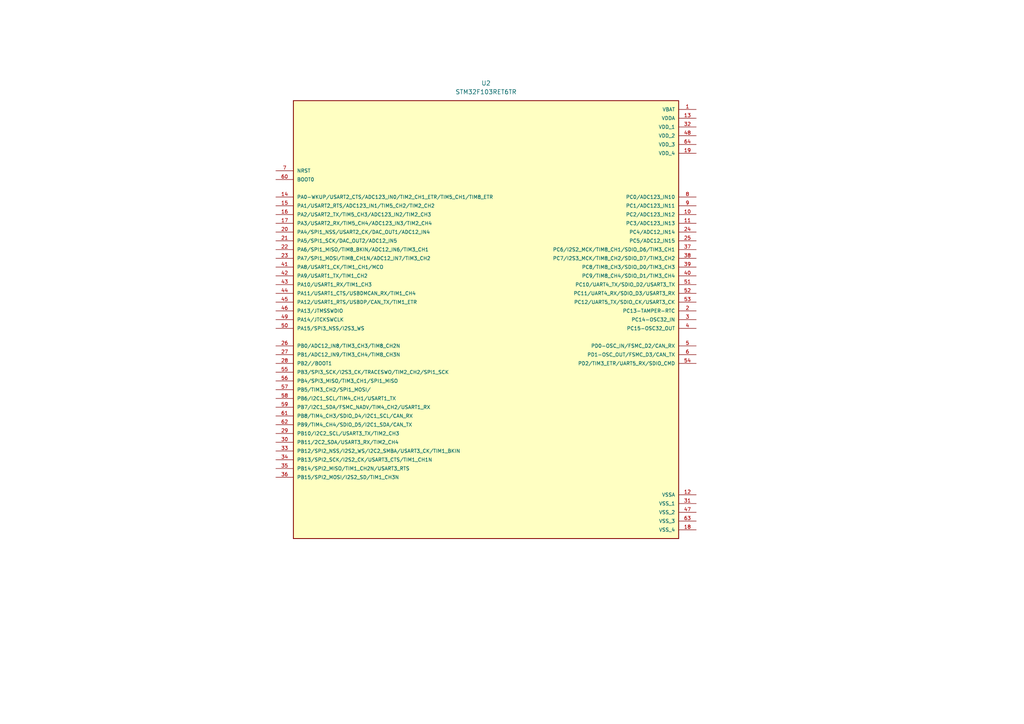
<source format=kicad_sch>
(kicad_sch (version 20230121) (generator eeschema)
  (paper "A4")
  (lib_symbols
    (symbol "STM32F103RET6TR_1" (pin_names (offset 1.016))
      (property "Reference" "U" (at -55.9407 64.2046 0))
      (property "Value" "STM32F103RET6TR" (at -55.9856 -66.1648 0))
      (symbol "STM32F103RET6TR_1_0_0"
        (rectangle (start -55.88 -63.5) (end 55.88 63.5) (stroke (width 0.254)) (fill (type background)))
        (pin power_in line (at 60.96 60.96 180) (length 5.08) (name "VBAT") (number "1"))
        (pin bidirectional line (at 60.96 30.48 180) (length 5.08) (name "PC2/ADC123_IN12") (number "10"))
        (pin bidirectional line (at 60.96 27.94 180) (length 5.08) (name "PC3/ADC123_IN13") (number "11"))
        (pin power_in line (at 60.96 -50.8 180) (length 5.08) (name "VSSA") (number "12"))
        (pin power_in line (at 60.96 58.42 180) (length 5.08) (name "VDDA") (number "13"))
        (pin bidirectional line (at -60.96 35.56 0) (length 5.08) (name "PA0-WKUP/USART2_CTS/ADC123_IN0/TIM2_CH1_ETR/TIM5_CH1/TIM8_ETR") (number "14"))
        (pin bidirectional line (at -60.96 33.02 0) (length 5.08) (name "PA1/USART2_RTS/ADC123_IN1/TIM5_CH2/TIM2_CH2") (number "15"))
        (pin bidirectional line (at -60.96 30.48 0) (length 5.08) (name "PA2/USART2_TX/TIM5_CH3/ADC123_IN2/TIM2_CH3") (number "16"))
        (pin bidirectional line (at -60.96 27.94 0) (length 5.08) (name "PA3/USART2_RX/TIM5_CH4/ADC123_IN3/TIM2_CH4") (number "17"))
        (pin power_in line (at 60.96 -60.96 180) (length 5.08) (name "VSS_4") (number "18"))
        (pin power_in line (at 60.96 48.26 180) (length 5.08) (name "VDD_4") (number "19"))
        (pin bidirectional line (at 60.96 2.54 180) (length 5.08) (name "PC13-TAMPER-RTC") (number "2"))
        (pin bidirectional line (at -60.96 25.4 0) (length 5.08) (name "PA4/SPI1_NSS/USART2_CK/DAC_OUT1/ADC12_IN4") (number "20"))
        (pin bidirectional line (at -60.96 22.86 0) (length 5.08) (name "PA5/SPI1_SCK/DAC_OUT2/ADC12_IN5") (number "21"))
        (pin bidirectional line (at -60.96 20.32 0) (length 5.08) (name "PA6/SPI1_MISO/TIM8_BKIN/ADC12_IN6/TIM3_CH1") (number "22"))
        (pin bidirectional line (at -60.96 17.78 0) (length 5.08) (name "PA7/SPI1_MOSI/TIM8_CH1N/ADC12_IN7/TIM3_CH2") (number "23"))
        (pin bidirectional line (at 60.96 25.4 180) (length 5.08) (name "PC4/ADC12_IN14") (number "24"))
        (pin bidirectional line (at 60.96 22.86 180) (length 5.08) (name "PC5/ADC12_IN15") (number "25"))
        (pin bidirectional line (at -60.96 -7.62 0) (length 5.08) (name "PB0/ADC12_IN8/TIM3_CH3/TIM8_CH2N") (number "26"))
        (pin bidirectional line (at -60.96 -10.16 0) (length 5.08) (name "PB1/ADC12_IN9/TIM3_CH4/TIM8_CH3N") (number "27"))
        (pin bidirectional line (at -60.96 -12.7 0) (length 5.08) (name "PB2//BOOT1") (number "28"))
        (pin bidirectional line (at -60.96 -33.02 0) (length 5.08) (name "PB10/I2C2_SCL/USART3_TX/TIM2_CH3") (number "29"))
        (pin bidirectional line (at 60.96 0 180) (length 5.08) (name "PC14-OSC32_IN") (number "3"))
        (pin bidirectional line (at -60.96 -35.56 0) (length 5.08) (name "PB11/2C2_SDA/USART3_RX/TIM2_CH4") (number "30"))
        (pin power_in line (at 60.96 -53.34 180) (length 5.08) (name "VSS_1") (number "31"))
        (pin power_in line (at 60.96 55.88 180) (length 5.08) (name "VDD_1") (number "32"))
        (pin bidirectional line (at -60.96 -38.1 0) (length 5.08) (name "PB12/SPI2_NSS/I2S2_WS/I2C2_SMBA/USART3_CK/TIM1_BKIN") (number "33"))
        (pin bidirectional line (at -60.96 -40.64 0) (length 5.08) (name "PB13/SPI2_SCK/I2S2_CK/USART3_CTS/TIM1_CH1N") (number "34"))
        (pin bidirectional line (at -60.96 -43.18 0) (length 5.08) (name "PB14/SPI2_MISO/TIM1_CH2N/USART3_RTS") (number "35"))
        (pin bidirectional line (at -60.96 -45.72 0) (length 5.08) (name "PB15/SPI2_MOSI/I2S2_SD/TIM1_CH3N") (number "36"))
        (pin bidirectional line (at 60.96 20.32 180) (length 5.08) (name "PC6/I2S2_MCK/TIM8_CH1/SDIO_D6/TIM3_CH1") (number "37"))
        (pin bidirectional line (at 60.96 17.78 180) (length 5.08) (name "PC7/I2S3_MCK/TIM8_CH2/SDIO_D7/TIM3_CH2") (number "38"))
        (pin bidirectional line (at 60.96 15.24 180) (length 5.08) (name "PC8/TIM8_CH3/SDIO_D0/TIM3_CH3") (number "39"))
        (pin bidirectional line (at 60.96 -2.54 180) (length 5.08) (name "PC15-OSC32_OUT") (number "4"))
        (pin bidirectional line (at 60.96 12.7 180) (length 5.08) (name "PC9/TIM8_CH4/SDIO_D1/TIM3_CH4") (number "40"))
        (pin bidirectional line (at -60.96 15.24 0) (length 5.08) (name "PA8/USART1_CK/TIM1_CH1/MCO") (number "41"))
        (pin bidirectional line (at -60.96 12.7 0) (length 5.08) (name "PA9/USART1_TX/TIM1_CH2") (number "42"))
        (pin bidirectional line (at -60.96 10.16 0) (length 5.08) (name "PA10/USART1_RX/TIM1_CH3") (number "43"))
        (pin bidirectional line (at -60.96 7.62 0) (length 5.08) (name "PA11/USART1_CTS/USBDMCAN_RX/TIM1_CH4") (number "44"))
        (pin bidirectional line (at -60.96 5.08 0) (length 5.08) (name "PA12/USART1_RTS/USBDP/CAN_TX/TIM1_ETR") (number "45"))
        (pin bidirectional line (at -60.96 2.54 0) (length 5.08) (name "PA13/JTMSSWDIO") (number "46"))
        (pin power_in line (at 60.96 -55.88 180) (length 5.08) (name "VSS_2") (number "47"))
        (pin power_in line (at 60.96 53.34 180) (length 5.08) (name "VDD_2") (number "48"))
        (pin bidirectional line (at -60.96 0 0) (length 5.08) (name "PA14/JTCKSWCLK") (number "49"))
        (pin bidirectional line (at 60.96 -7.62 180) (length 5.08) (name "PD0-OSC_IN/FSMC_D2/CAN_RX") (number "5"))
        (pin bidirectional line (at -60.96 -2.54 0) (length 5.08) (name "PA15/SPI3_NSS/I2S3_WS") (number "50"))
        (pin bidirectional line (at 60.96 10.16 180) (length 5.08) (name "PC10/UART4_TX/SDIO_D2/USART3_TX") (number "51"))
        (pin bidirectional line (at 60.96 7.62 180) (length 5.08) (name "PC11/UART4_RX/SDIO_D3/USART3_RX") (number "52"))
        (pin bidirectional line (at 60.96 5.08 180) (length 5.08) (name "PC12/UART5_TX/SDIO_CK/USART3_CK") (number "53"))
        (pin bidirectional line (at 60.96 -12.7 180) (length 5.08) (name "PD2/TIM3_ETR/UART5_RX/SDIO_CMD") (number "54"))
        (pin bidirectional line (at -60.96 -15.24 0) (length 5.08) (name "PB3/SPI3_SCK/I2S3_CK/TRACESWO/TIM2_CH2/SPI1_SCK") (number "55"))
        (pin bidirectional line (at -60.96 -17.78 0) (length 5.08) (name "PB4/SPI3_MISO/TIM3_CH1/SPI1_MISO") (number "56"))
        (pin bidirectional line (at -60.96 -20.32 0) (length 5.08) (name "PB5/TIM3_CH2/SPI1_MOSI/") (number "57"))
        (pin bidirectional line (at -60.96 -22.86 0) (length 5.08) (name "PB6/I2C1_SCL/TIM4_CH1/USART1_TX") (number "58"))
        (pin bidirectional line (at -60.96 -25.4 0) (length 5.08) (name "PB7/I2C1_SDA/FSMC_NADV/TIM4_CH2/USART1_RX") (number "59"))
        (pin bidirectional line (at 60.96 -10.16 180) (length 5.08) (name "PD1-OSC_OUT/FSMC_D3/CAN_TX") (number "6"))
        (pin input line (at -60.96 40.64 0) (length 5.08) (name "BOOT0") (number "60"))
        (pin bidirectional line (at -60.96 -27.94 0) (length 5.08) (name "PB8/TIM4_CH3/SDIO_D4/I2C1_SCL/CAN_RX") (number "61"))
        (pin bidirectional line (at -60.96 -30.48 0) (length 5.08) (name "PB9/TIM4_CH4/SDIO_D5/I2C1_SDA/CAN_TX") (number "62"))
        (pin power_in line (at 60.96 -58.42 180) (length 5.08) (name "VSS_3") (number "63"))
        (pin power_in line (at 60.96 50.8 180) (length 5.08) (name "VDD_3") (number "64"))
        (pin input line (at -60.96 43.18 0) (length 5.08) (name "NRST") (number "7"))
        (pin bidirectional line (at 60.96 35.56 180) (length 5.08) (name "PC0/ADC123_IN10") (number "8"))
        (pin bidirectional line (at 60.96 33.02 180) (length 5.08) (name "PC1/ADC123_IN11") (number "9"))
      )
    )
  )
  (symbol (lib_name "STM32F103RET6TR_1") (lib_id "STM32:STM32F103RET6TR") (at 140.97 92.71 0) (unit 1)
    (property "Reference" "U2" (at 140.97 24.13 0))
    (property "Value" "STM32F103RET6TR" (at 140.97 26.67 0))
    (property "Footprint" "STM32:QFP50P1200X1200X160-64N" (effects hide))
    (property "STANDARD" "IPC-7351B" (effects hide))
    (property "MANUFACTURER" "STMicroelectronics" (effects hide))
  )
)
</source>
